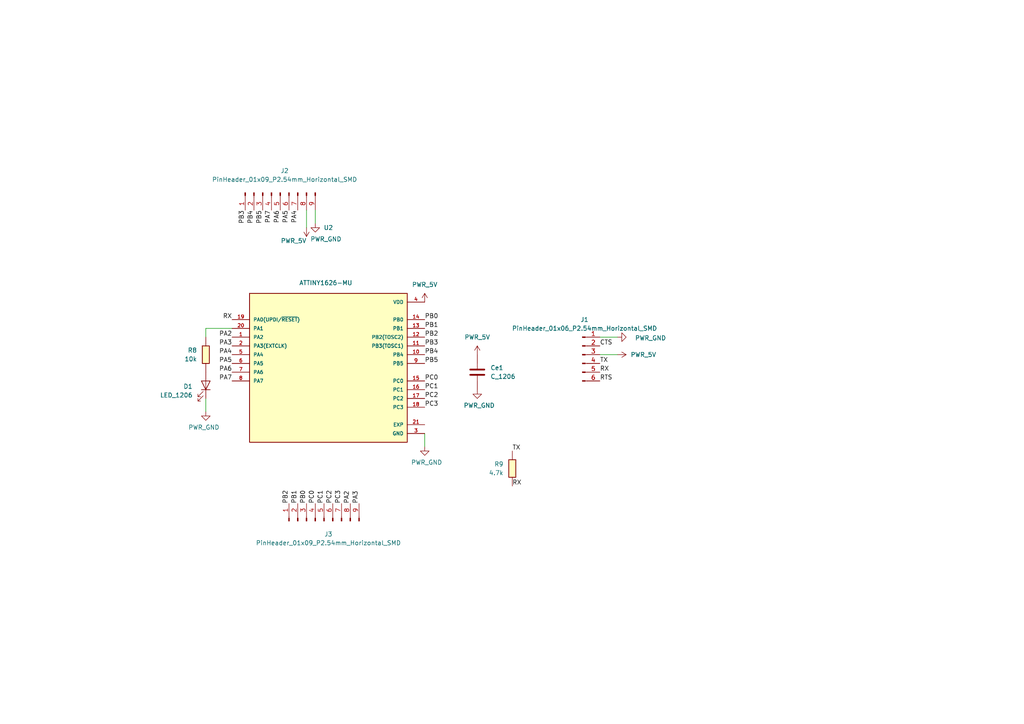
<source format=kicad_sch>
(kicad_sch
	(version 20250114)
	(generator "eeschema")
	(generator_version "9.0")
	(uuid "edcdfcea-b139-466c-adc4-b73f2d16a4e0")
	(paper "A4")
	(lib_symbols
		(symbol "ATTINY1626-MU:ATTINY1626-MU"
			(pin_names
				(offset 1.016)
			)
			(exclude_from_sim no)
			(in_bom yes)
			(on_board yes)
			(property "Reference" "U"
				(at -22.86 21.082 0)
				(effects
					(font
						(size 1.27 1.27)
					)
					(justify left bottom)
				)
			)
			(property "Value" "ATTINY1626-MU"
				(at -22.86 -25.4 0)
				(effects
					(font
						(size 1.27 1.27)
					)
					(justify left bottom)
				)
			)
			(property "Footprint" "ATTINY1626-MU:QFN40P300X300X90-21N"
				(at 0 0 0)
				(effects
					(font
						(size 1.27 1.27)
					)
					(justify bottom)
					(hide yes)
				)
			)
			(property "Datasheet" ""
				(at 0 0 0)
				(effects
					(font
						(size 1.27 1.27)
					)
					(hide yes)
				)
			)
			(property "Description" ""
				(at 0 0 0)
				(effects
					(font
						(size 1.27 1.27)
					)
					(hide yes)
				)
			)
			(property "PARTREV" "Rev.B"
				(at 0 0 0)
				(effects
					(font
						(size 1.27 1.27)
					)
					(justify bottom)
					(hide yes)
				)
			)
			(property "STANDARD" "IPC 7351B"
				(at 0 0 0)
				(effects
					(font
						(size 1.27 1.27)
					)
					(justify bottom)
					(hide yes)
				)
			)
			(property "MAXIMUM_PACKAGE_HEIGHT" "0.9 mm"
				(at 0 0 0)
				(effects
					(font
						(size 1.27 1.27)
					)
					(justify bottom)
					(hide yes)
				)
			)
			(property "MANUFACTURER" "Microchip"
				(at 0 0 0)
				(effects
					(font
						(size 1.27 1.27)
					)
					(justify bottom)
					(hide yes)
				)
			)
			(symbol "ATTINY1626-MU_0_0"
				(rectangle
					(start -22.86 -22.86)
					(end 22.86 20.32)
					(stroke
						(width 0.254)
						(type default)
					)
					(fill
						(type background)
					)
				)
				(pin bidirectional line
					(at -27.94 12.7 0)
					(length 5.08)
					(name "PA0(UPDI/~{RESET})"
						(effects
							(font
								(size 1.016 1.016)
							)
						)
					)
					(number "19"
						(effects
							(font
								(size 1.016 1.016)
							)
						)
					)
				)
				(pin bidirectional line
					(at -27.94 10.16 0)
					(length 5.08)
					(name "PA1"
						(effects
							(font
								(size 1.016 1.016)
							)
						)
					)
					(number "20"
						(effects
							(font
								(size 1.016 1.016)
							)
						)
					)
				)
				(pin bidirectional line
					(at -27.94 7.62 0)
					(length 5.08)
					(name "PA2"
						(effects
							(font
								(size 1.016 1.016)
							)
						)
					)
					(number "1"
						(effects
							(font
								(size 1.016 1.016)
							)
						)
					)
				)
				(pin input line
					(at -27.94 5.08 0)
					(length 5.08)
					(name "PA3(EXTCLK)"
						(effects
							(font
								(size 1.016 1.016)
							)
						)
					)
					(number "2"
						(effects
							(font
								(size 1.016 1.016)
							)
						)
					)
				)
				(pin bidirectional line
					(at -27.94 2.54 0)
					(length 5.08)
					(name "PA4"
						(effects
							(font
								(size 1.016 1.016)
							)
						)
					)
					(number "5"
						(effects
							(font
								(size 1.016 1.016)
							)
						)
					)
				)
				(pin bidirectional line
					(at -27.94 0 0)
					(length 5.08)
					(name "PA5"
						(effects
							(font
								(size 1.016 1.016)
							)
						)
					)
					(number "6"
						(effects
							(font
								(size 1.016 1.016)
							)
						)
					)
				)
				(pin bidirectional line
					(at -27.94 -2.54 0)
					(length 5.08)
					(name "PA6"
						(effects
							(font
								(size 1.016 1.016)
							)
						)
					)
					(number "7"
						(effects
							(font
								(size 1.016 1.016)
							)
						)
					)
				)
				(pin bidirectional line
					(at -27.94 -5.08 0)
					(length 5.08)
					(name "PA7"
						(effects
							(font
								(size 1.016 1.016)
							)
						)
					)
					(number "8"
						(effects
							(font
								(size 1.016 1.016)
							)
						)
					)
				)
				(pin power_in line
					(at 27.94 17.78 180)
					(length 5.08)
					(name "VDD"
						(effects
							(font
								(size 1.016 1.016)
							)
						)
					)
					(number "4"
						(effects
							(font
								(size 1.016 1.016)
							)
						)
					)
				)
				(pin bidirectional line
					(at 27.94 12.7 180)
					(length 5.08)
					(name "PB0"
						(effects
							(font
								(size 1.016 1.016)
							)
						)
					)
					(number "14"
						(effects
							(font
								(size 1.016 1.016)
							)
						)
					)
				)
				(pin bidirectional line
					(at 27.94 10.16 180)
					(length 5.08)
					(name "PB1"
						(effects
							(font
								(size 1.016 1.016)
							)
						)
					)
					(number "13"
						(effects
							(font
								(size 1.016 1.016)
							)
						)
					)
				)
				(pin bidirectional line
					(at 27.94 7.62 180)
					(length 5.08)
					(name "PB2(TOSC2)"
						(effects
							(font
								(size 1.016 1.016)
							)
						)
					)
					(number "12"
						(effects
							(font
								(size 1.016 1.016)
							)
						)
					)
				)
				(pin bidirectional line
					(at 27.94 5.08 180)
					(length 5.08)
					(name "PB3(TOSC1)"
						(effects
							(font
								(size 1.016 1.016)
							)
						)
					)
					(number "11"
						(effects
							(font
								(size 1.016 1.016)
							)
						)
					)
				)
				(pin bidirectional line
					(at 27.94 2.54 180)
					(length 5.08)
					(name "PB4"
						(effects
							(font
								(size 1.016 1.016)
							)
						)
					)
					(number "10"
						(effects
							(font
								(size 1.016 1.016)
							)
						)
					)
				)
				(pin bidirectional line
					(at 27.94 0 180)
					(length 5.08)
					(name "PB5"
						(effects
							(font
								(size 1.016 1.016)
							)
						)
					)
					(number "9"
						(effects
							(font
								(size 1.016 1.016)
							)
						)
					)
				)
				(pin bidirectional line
					(at 27.94 -5.08 180)
					(length 5.08)
					(name "PC0"
						(effects
							(font
								(size 1.016 1.016)
							)
						)
					)
					(number "15"
						(effects
							(font
								(size 1.016 1.016)
							)
						)
					)
				)
				(pin bidirectional line
					(at 27.94 -7.62 180)
					(length 5.08)
					(name "PC1"
						(effects
							(font
								(size 1.016 1.016)
							)
						)
					)
					(number "16"
						(effects
							(font
								(size 1.016 1.016)
							)
						)
					)
				)
				(pin bidirectional line
					(at 27.94 -10.16 180)
					(length 5.08)
					(name "PC2"
						(effects
							(font
								(size 1.016 1.016)
							)
						)
					)
					(number "17"
						(effects
							(font
								(size 1.016 1.016)
							)
						)
					)
				)
				(pin bidirectional line
					(at 27.94 -12.7 180)
					(length 5.08)
					(name "PC3"
						(effects
							(font
								(size 1.016 1.016)
							)
						)
					)
					(number "18"
						(effects
							(font
								(size 1.016 1.016)
							)
						)
					)
				)
				(pin power_in line
					(at 27.94 -17.78 180)
					(length 5.08)
					(name "EXP"
						(effects
							(font
								(size 1.016 1.016)
							)
						)
					)
					(number "21"
						(effects
							(font
								(size 1.016 1.016)
							)
						)
					)
				)
				(pin power_in line
					(at 27.94 -20.32 180)
					(length 5.08)
					(name "GND"
						(effects
							(font
								(size 1.016 1.016)
							)
						)
					)
					(number "3"
						(effects
							(font
								(size 1.016 1.016)
							)
						)
					)
				)
			)
			(embedded_fonts no)
		)
		(symbol "Connector:Conn_01x06_Pin"
			(pin_names
				(offset 1.016)
				(hide yes)
			)
			(exclude_from_sim no)
			(in_bom yes)
			(on_board yes)
			(property "Reference" "J"
				(at 0 7.62 0)
				(effects
					(font
						(size 1.27 1.27)
					)
				)
			)
			(property "Value" "Conn_01x06_Pin"
				(at 0 -10.16 0)
				(effects
					(font
						(size 1.27 1.27)
					)
				)
			)
			(property "Footprint" ""
				(at 0 0 0)
				(effects
					(font
						(size 1.27 1.27)
					)
					(hide yes)
				)
			)
			(property "Datasheet" "~"
				(at 0 0 0)
				(effects
					(font
						(size 1.27 1.27)
					)
					(hide yes)
				)
			)
			(property "Description" "Generic connector, single row, 01x06, script generated"
				(at 0 0 0)
				(effects
					(font
						(size 1.27 1.27)
					)
					(hide yes)
				)
			)
			(property "ki_locked" ""
				(at 0 0 0)
				(effects
					(font
						(size 1.27 1.27)
					)
				)
			)
			(property "ki_keywords" "connector"
				(at 0 0 0)
				(effects
					(font
						(size 1.27 1.27)
					)
					(hide yes)
				)
			)
			(property "ki_fp_filters" "Connector*:*_1x??_*"
				(at 0 0 0)
				(effects
					(font
						(size 1.27 1.27)
					)
					(hide yes)
				)
			)
			(symbol "Conn_01x06_Pin_1_1"
				(rectangle
					(start 0.8636 5.207)
					(end 0 4.953)
					(stroke
						(width 0.1524)
						(type default)
					)
					(fill
						(type outline)
					)
				)
				(rectangle
					(start 0.8636 2.667)
					(end 0 2.413)
					(stroke
						(width 0.1524)
						(type default)
					)
					(fill
						(type outline)
					)
				)
				(rectangle
					(start 0.8636 0.127)
					(end 0 -0.127)
					(stroke
						(width 0.1524)
						(type default)
					)
					(fill
						(type outline)
					)
				)
				(rectangle
					(start 0.8636 -2.413)
					(end 0 -2.667)
					(stroke
						(width 0.1524)
						(type default)
					)
					(fill
						(type outline)
					)
				)
				(rectangle
					(start 0.8636 -4.953)
					(end 0 -5.207)
					(stroke
						(width 0.1524)
						(type default)
					)
					(fill
						(type outline)
					)
				)
				(rectangle
					(start 0.8636 -7.493)
					(end 0 -7.747)
					(stroke
						(width 0.1524)
						(type default)
					)
					(fill
						(type outline)
					)
				)
				(polyline
					(pts
						(xy 1.27 5.08) (xy 0.8636 5.08)
					)
					(stroke
						(width 0.1524)
						(type default)
					)
					(fill
						(type none)
					)
				)
				(polyline
					(pts
						(xy 1.27 2.54) (xy 0.8636 2.54)
					)
					(stroke
						(width 0.1524)
						(type default)
					)
					(fill
						(type none)
					)
				)
				(polyline
					(pts
						(xy 1.27 0) (xy 0.8636 0)
					)
					(stroke
						(width 0.1524)
						(type default)
					)
					(fill
						(type none)
					)
				)
				(polyline
					(pts
						(xy 1.27 -2.54) (xy 0.8636 -2.54)
					)
					(stroke
						(width 0.1524)
						(type default)
					)
					(fill
						(type none)
					)
				)
				(polyline
					(pts
						(xy 1.27 -5.08) (xy 0.8636 -5.08)
					)
					(stroke
						(width 0.1524)
						(type default)
					)
					(fill
						(type none)
					)
				)
				(polyline
					(pts
						(xy 1.27 -7.62) (xy 0.8636 -7.62)
					)
					(stroke
						(width 0.1524)
						(type default)
					)
					(fill
						(type none)
					)
				)
				(pin passive line
					(at 5.08 5.08 180)
					(length 3.81)
					(name "Pin_1"
						(effects
							(font
								(size 1.27 1.27)
							)
						)
					)
					(number "1"
						(effects
							(font
								(size 1.27 1.27)
							)
						)
					)
				)
				(pin passive line
					(at 5.08 2.54 180)
					(length 3.81)
					(name "Pin_2"
						(effects
							(font
								(size 1.27 1.27)
							)
						)
					)
					(number "2"
						(effects
							(font
								(size 1.27 1.27)
							)
						)
					)
				)
				(pin passive line
					(at 5.08 0 180)
					(length 3.81)
					(name "Pin_3"
						(effects
							(font
								(size 1.27 1.27)
							)
						)
					)
					(number "3"
						(effects
							(font
								(size 1.27 1.27)
							)
						)
					)
				)
				(pin passive line
					(at 5.08 -2.54 180)
					(length 3.81)
					(name "Pin_4"
						(effects
							(font
								(size 1.27 1.27)
							)
						)
					)
					(number "4"
						(effects
							(font
								(size 1.27 1.27)
							)
						)
					)
				)
				(pin passive line
					(at 5.08 -5.08 180)
					(length 3.81)
					(name "Pin_5"
						(effects
							(font
								(size 1.27 1.27)
							)
						)
					)
					(number "5"
						(effects
							(font
								(size 1.27 1.27)
							)
						)
					)
				)
				(pin passive line
					(at 5.08 -7.62 180)
					(length 3.81)
					(name "Pin_6"
						(effects
							(font
								(size 1.27 1.27)
							)
						)
					)
					(number "6"
						(effects
							(font
								(size 1.27 1.27)
							)
						)
					)
				)
			)
			(embedded_fonts no)
		)
		(symbol "Connector:Conn_01x09_Pin"
			(pin_names
				(offset 1.016)
				(hide yes)
			)
			(exclude_from_sim no)
			(in_bom yes)
			(on_board yes)
			(property "Reference" "J"
				(at 0 12.7 0)
				(effects
					(font
						(size 1.27 1.27)
					)
				)
			)
			(property "Value" "Conn_01x09_Pin"
				(at 0 -12.7 0)
				(effects
					(font
						(size 1.27 1.27)
					)
				)
			)
			(property "Footprint" ""
				(at 0 0 0)
				(effects
					(font
						(size 1.27 1.27)
					)
					(hide yes)
				)
			)
			(property "Datasheet" "~"
				(at 0 0 0)
				(effects
					(font
						(size 1.27 1.27)
					)
					(hide yes)
				)
			)
			(property "Description" "Generic connector, single row, 01x09, script generated"
				(at 0 0 0)
				(effects
					(font
						(size 1.27 1.27)
					)
					(hide yes)
				)
			)
			(property "ki_locked" ""
				(at 0 0 0)
				(effects
					(font
						(size 1.27 1.27)
					)
				)
			)
			(property "ki_keywords" "connector"
				(at 0 0 0)
				(effects
					(font
						(size 1.27 1.27)
					)
					(hide yes)
				)
			)
			(property "ki_fp_filters" "Connector*:*_1x??_*"
				(at 0 0 0)
				(effects
					(font
						(size 1.27 1.27)
					)
					(hide yes)
				)
			)
			(symbol "Conn_01x09_Pin_1_1"
				(rectangle
					(start 0.8636 10.287)
					(end 0 10.033)
					(stroke
						(width 0.1524)
						(type default)
					)
					(fill
						(type outline)
					)
				)
				(rectangle
					(start 0.8636 7.747)
					(end 0 7.493)
					(stroke
						(width 0.1524)
						(type default)
					)
					(fill
						(type outline)
					)
				)
				(rectangle
					(start 0.8636 5.207)
					(end 0 4.953)
					(stroke
						(width 0.1524)
						(type default)
					)
					(fill
						(type outline)
					)
				)
				(rectangle
					(start 0.8636 2.667)
					(end 0 2.413)
					(stroke
						(width 0.1524)
						(type default)
					)
					(fill
						(type outline)
					)
				)
				(rectangle
					(start 0.8636 0.127)
					(end 0 -0.127)
					(stroke
						(width 0.1524)
						(type default)
					)
					(fill
						(type outline)
					)
				)
				(rectangle
					(start 0.8636 -2.413)
					(end 0 -2.667)
					(stroke
						(width 0.1524)
						(type default)
					)
					(fill
						(type outline)
					)
				)
				(rectangle
					(start 0.8636 -4.953)
					(end 0 -5.207)
					(stroke
						(width 0.1524)
						(type default)
					)
					(fill
						(type outline)
					)
				)
				(rectangle
					(start 0.8636 -7.493)
					(end 0 -7.747)
					(stroke
						(width 0.1524)
						(type default)
					)
					(fill
						(type outline)
					)
				)
				(rectangle
					(start 0.8636 -10.033)
					(end 0 -10.287)
					(stroke
						(width 0.1524)
						(type default)
					)
					(fill
						(type outline)
					)
				)
				(polyline
					(pts
						(xy 1.27 10.16) (xy 0.8636 10.16)
					)
					(stroke
						(width 0.1524)
						(type default)
					)
					(fill
						(type none)
					)
				)
				(polyline
					(pts
						(xy 1.27 7.62) (xy 0.8636 7.62)
					)
					(stroke
						(width 0.1524)
						(type default)
					)
					(fill
						(type none)
					)
				)
				(polyline
					(pts
						(xy 1.27 5.08) (xy 0.8636 5.08)
					)
					(stroke
						(width 0.1524)
						(type default)
					)
					(fill
						(type none)
					)
				)
				(polyline
					(pts
						(xy 1.27 2.54) (xy 0.8636 2.54)
					)
					(stroke
						(width 0.1524)
						(type default)
					)
					(fill
						(type none)
					)
				)
				(polyline
					(pts
						(xy 1.27 0) (xy 0.8636 0)
					)
					(stroke
						(width 0.1524)
						(type default)
					)
					(fill
						(type none)
					)
				)
				(polyline
					(pts
						(xy 1.27 -2.54) (xy 0.8636 -2.54)
					)
					(stroke
						(width 0.1524)
						(type default)
					)
					(fill
						(type none)
					)
				)
				(polyline
					(pts
						(xy 1.27 -5.08) (xy 0.8636 -5.08)
					)
					(stroke
						(width 0.1524)
						(type default)
					)
					(fill
						(type none)
					)
				)
				(polyline
					(pts
						(xy 1.27 -7.62) (xy 0.8636 -7.62)
					)
					(stroke
						(width 0.1524)
						(type default)
					)
					(fill
						(type none)
					)
				)
				(polyline
					(pts
						(xy 1.27 -10.16) (xy 0.8636 -10.16)
					)
					(stroke
						(width 0.1524)
						(type default)
					)
					(fill
						(type none)
					)
				)
				(pin passive line
					(at 5.08 10.16 180)
					(length 3.81)
					(name "Pin_1"
						(effects
							(font
								(size 1.27 1.27)
							)
						)
					)
					(number "1"
						(effects
							(font
								(size 1.27 1.27)
							)
						)
					)
				)
				(pin passive line
					(at 5.08 7.62 180)
					(length 3.81)
					(name "Pin_2"
						(effects
							(font
								(size 1.27 1.27)
							)
						)
					)
					(number "2"
						(effects
							(font
								(size 1.27 1.27)
							)
						)
					)
				)
				(pin passive line
					(at 5.08 5.08 180)
					(length 3.81)
					(name "Pin_3"
						(effects
							(font
								(size 1.27 1.27)
							)
						)
					)
					(number "3"
						(effects
							(font
								(size 1.27 1.27)
							)
						)
					)
				)
				(pin passive line
					(at 5.08 2.54 180)
					(length 3.81)
					(name "Pin_4"
						(effects
							(font
								(size 1.27 1.27)
							)
						)
					)
					(number "4"
						(effects
							(font
								(size 1.27 1.27)
							)
						)
					)
				)
				(pin passive line
					(at 5.08 0 180)
					(length 3.81)
					(name "Pin_5"
						(effects
							(font
								(size 1.27 1.27)
							)
						)
					)
					(number "5"
						(effects
							(font
								(size 1.27 1.27)
							)
						)
					)
				)
				(pin passive line
					(at 5.08 -2.54 180)
					(length 3.81)
					(name "Pin_6"
						(effects
							(font
								(size 1.27 1.27)
							)
						)
					)
					(number "6"
						(effects
							(font
								(size 1.27 1.27)
							)
						)
					)
				)
				(pin passive line
					(at 5.08 -5.08 180)
					(length 3.81)
					(name "Pin_7"
						(effects
							(font
								(size 1.27 1.27)
							)
						)
					)
					(number "7"
						(effects
							(font
								(size 1.27 1.27)
							)
						)
					)
				)
				(pin passive line
					(at 5.08 -7.62 180)
					(length 3.81)
					(name "Pin_8"
						(effects
							(font
								(size 1.27 1.27)
							)
						)
					)
					(number "8"
						(effects
							(font
								(size 1.27 1.27)
							)
						)
					)
				)
				(pin passive line
					(at 5.08 -10.16 180)
					(length 3.81)
					(name "Pin_9"
						(effects
							(font
								(size 1.27 1.27)
							)
						)
					)
					(number "9"
						(effects
							(font
								(size 1.27 1.27)
							)
						)
					)
				)
			)
			(embedded_fonts no)
		)
		(symbol "fab:C_1206"
			(pin_numbers
				(hide yes)
			)
			(exclude_from_sim no)
			(in_bom yes)
			(on_board yes)
			(property "Reference" "C"
				(at 0.635 2.54 0)
				(effects
					(font
						(size 1.27 1.27)
					)
					(justify left)
				)
			)
			(property "Value" "C_1206"
				(at 0.635 -2.54 0)
				(effects
					(font
						(size 1.27 1.27)
					)
					(justify left)
				)
			)
			(property "Footprint" "fab:C_1206"
				(at 0 0 0)
				(effects
					(font
						(size 1.27 1.27)
					)
					(hide yes)
				)
			)
			(property "Datasheet" "https://www.yageo.com/upload/media/product/productsearch/datasheet/mlcc/UPY-GP_NP0_16V-to-50V_18.pdf"
				(at 0 0 0)
				(effects
					(font
						(size 1.27 1.27)
					)
					(hide yes)
				)
			)
			(property "Description" "Unpolarized capacitor, SMD, 1206"
				(at 0 0 0)
				(effects
					(font
						(size 1.27 1.27)
					)
					(hide yes)
				)
			)
			(property "ki_keywords" "cap capacitor unpolarized 1206 C GRT31CC8YA106ME01L C3216X7R1H105K160AB C3216X7R2A104K160AA CC1206CRNPO9BN1R0 CC1206JRNPO9BN100 CC1206JRNPO9BN101 CC1206KKX7RCBB102 CC1206KRX7R9BB103"
				(at 0 0 0)
				(effects
					(font
						(size 1.27 1.27)
					)
					(hide yes)
				)
			)
			(property "ki_fp_filters" "*C*"
				(at 0 0 0)
				(effects
					(font
						(size 1.27 1.27)
					)
					(hide yes)
				)
			)
			(symbol "C_1206_0_1"
				(polyline
					(pts
						(xy -2.032 0.762) (xy 2.032 0.762)
					)
					(stroke
						(width 0.508)
						(type default)
					)
					(fill
						(type none)
					)
				)
				(polyline
					(pts
						(xy -2.032 -0.762) (xy 2.032 -0.762)
					)
					(stroke
						(width 0.508)
						(type default)
					)
					(fill
						(type none)
					)
				)
				(polyline
					(pts
						(xy 0 0.635) (xy 0 2.54)
					)
					(stroke
						(width 0)
						(type default)
					)
					(fill
						(type none)
					)
				)
				(polyline
					(pts
						(xy 0 -0.635) (xy 0 -2.54)
					)
					(stroke
						(width 0)
						(type default)
					)
					(fill
						(type none)
					)
				)
			)
			(symbol "C_1206_1_1"
				(pin passive line
					(at 0 5.08 270)
					(length 2.54)
					(name "~"
						(effects
							(font
								(size 1.27 1.27)
							)
						)
					)
					(number "1"
						(effects
							(font
								(size 1.27 1.27)
							)
						)
					)
				)
				(pin passive line
					(at 0 -5.08 90)
					(length 2.54)
					(name "~"
						(effects
							(font
								(size 1.27 1.27)
							)
						)
					)
					(number "2"
						(effects
							(font
								(size 1.27 1.27)
							)
						)
					)
				)
			)
			(embedded_fonts no)
		)
		(symbol "fab:LED_1206"
			(pin_numbers
				(hide yes)
			)
			(pin_names
				(offset 1.016)
				(hide yes)
			)
			(exclude_from_sim no)
			(in_bom yes)
			(on_board yes)
			(property "Reference" "D"
				(at 0 2.54 0)
				(effects
					(font
						(size 1.27 1.27)
					)
				)
			)
			(property "Value" "LED_1206"
				(at 0 -2.54 0)
				(effects
					(font
						(size 1.27 1.27)
					)
				)
			)
			(property "Footprint" "fab:LED_1206"
				(at 0 0 0)
				(effects
					(font
						(size 1.27 1.27)
					)
					(hide yes)
				)
			)
			(property "Datasheet" "https://optoelectronics.liteon.com/upload/download/DS-22-98-0002/LTST-C150CKT.pdf"
				(at 0 0 0)
				(effects
					(font
						(size 1.27 1.27)
					)
					(hide yes)
				)
			)
			(property "Description" "Light emitting diode, Lite-On Inc. LTST, SMD"
				(at 0 0 0)
				(effects
					(font
						(size 1.27 1.27)
					)
					(hide yes)
				)
			)
			(property "ki_keywords" "LED diode 1206 SML-LX1206IC-TR SML-LX1206GC-TR 5988230107F 150120BS75000 QBLP650-IW HIR11-21C/L11/TR8"
				(at 0 0 0)
				(effects
					(font
						(size 1.27 1.27)
					)
					(hide yes)
				)
			)
			(property "ki_fp_filters" "*LED*1206*"
				(at 0 0 0)
				(effects
					(font
						(size 1.27 1.27)
					)
					(hide yes)
				)
			)
			(symbol "LED_1206_0_1"
				(polyline
					(pts
						(xy -3.048 -0.762) (xy -4.572 -2.286) (xy -3.81 -2.286) (xy -4.572 -2.286) (xy -4.572 -1.524)
					)
					(stroke
						(width 0)
						(type default)
					)
					(fill
						(type none)
					)
				)
				(polyline
					(pts
						(xy -1.778 -0.762) (xy -3.302 -2.286) (xy -2.54 -2.286) (xy -3.302 -2.286) (xy -3.302 -1.524)
					)
					(stroke
						(width 0)
						(type default)
					)
					(fill
						(type none)
					)
				)
				(polyline
					(pts
						(xy -1.27 0) (xy 1.27 0)
					)
					(stroke
						(width 0)
						(type default)
					)
					(fill
						(type none)
					)
				)
				(polyline
					(pts
						(xy -1.27 -1.27) (xy -1.27 1.27)
					)
					(stroke
						(width 0.2032)
						(type default)
					)
					(fill
						(type none)
					)
				)
				(polyline
					(pts
						(xy 1.27 -1.27) (xy 1.27 1.27) (xy -1.27 0) (xy 1.27 -1.27)
					)
					(stroke
						(width 0.2032)
						(type default)
					)
					(fill
						(type none)
					)
				)
			)
			(symbol "LED_1206_1_1"
				(pin passive line
					(at -3.81 0 0)
					(length 2.54)
					(name "K"
						(effects
							(font
								(size 1.27 1.27)
							)
						)
					)
					(number "1"
						(effects
							(font
								(size 1.27 1.27)
							)
						)
					)
				)
				(pin passive line
					(at 3.81 0 180)
					(length 2.54)
					(name "A"
						(effects
							(font
								(size 1.27 1.27)
							)
						)
					)
					(number "2"
						(effects
							(font
								(size 1.27 1.27)
							)
						)
					)
				)
			)
			(embedded_fonts no)
		)
		(symbol "fab:PWR_5V"
			(power)
			(pin_names
				(offset 0)
			)
			(exclude_from_sim no)
			(in_bom yes)
			(on_board yes)
			(property "Reference" "#PWR"
				(at 0 -3.81 0)
				(effects
					(font
						(size 1.27 1.27)
					)
					(hide yes)
				)
			)
			(property "Value" "PWR_5V"
				(at 0 3.556 0)
				(effects
					(font
						(size 1.27 1.27)
					)
				)
			)
			(property "Footprint" ""
				(at 0 0 0)
				(effects
					(font
						(size 1.27 1.27)
					)
					(hide yes)
				)
			)
			(property "Datasheet" ""
				(at 0 0 0)
				(effects
					(font
						(size 1.27 1.27)
					)
					(hide yes)
				)
			)
			(property "Description" "Power symbol creates a global label with name \"+5V\""
				(at 0 0 0)
				(effects
					(font
						(size 1.27 1.27)
					)
					(hide yes)
				)
			)
			(property "ki_keywords" "power-flag"
				(at 0 0 0)
				(effects
					(font
						(size 1.27 1.27)
					)
					(hide yes)
				)
			)
			(symbol "PWR_5V_0_1"
				(polyline
					(pts
						(xy -0.762 1.27) (xy 0 2.54)
					)
					(stroke
						(width 0)
						(type default)
					)
					(fill
						(type none)
					)
				)
				(polyline
					(pts
						(xy 0 2.54) (xy 0.762 1.27)
					)
					(stroke
						(width 0)
						(type default)
					)
					(fill
						(type none)
					)
				)
				(polyline
					(pts
						(xy 0 0) (xy 0 2.54)
					)
					(stroke
						(width 0)
						(type default)
					)
					(fill
						(type none)
					)
				)
			)
			(symbol "PWR_5V_1_1"
				(pin power_in line
					(at 0 0 90)
					(length 0)
					(hide yes)
					(name "PWR_5V"
						(effects
							(font
								(size 1.27 1.27)
							)
						)
					)
					(number "1"
						(effects
							(font
								(size 1.27 1.27)
							)
						)
					)
				)
			)
			(embedded_fonts no)
		)
		(symbol "fab:PWR_GND"
			(power)
			(pin_names
				(offset 0)
			)
			(exclude_from_sim no)
			(in_bom yes)
			(on_board yes)
			(property "Reference" "#PWR"
				(at 0 -6.35 0)
				(effects
					(font
						(size 1.27 1.27)
					)
					(hide yes)
				)
			)
			(property "Value" "PWR_GND"
				(at 0 -3.81 0)
				(effects
					(font
						(size 1.27 1.27)
					)
				)
			)
			(property "Footprint" ""
				(at 0 0 0)
				(effects
					(font
						(size 1.27 1.27)
					)
					(hide yes)
				)
			)
			(property "Datasheet" ""
				(at 0 0 0)
				(effects
					(font
						(size 1.27 1.27)
					)
					(hide yes)
				)
			)
			(property "Description" "Power symbol creates a global label with name \"GND\" , ground"
				(at 0 0 0)
				(effects
					(font
						(size 1.27 1.27)
					)
					(hide yes)
				)
			)
			(property "ki_keywords" "power-flag"
				(at 0 0 0)
				(effects
					(font
						(size 1.27 1.27)
					)
					(hide yes)
				)
			)
			(symbol "PWR_GND_0_1"
				(polyline
					(pts
						(xy 0 0) (xy 0 -1.27) (xy 1.27 -1.27) (xy 0 -2.54) (xy -1.27 -1.27) (xy 0 -1.27)
					)
					(stroke
						(width 0)
						(type default)
					)
					(fill
						(type none)
					)
				)
			)
			(symbol "PWR_GND_1_1"
				(pin power_in line
					(at 0 0 270)
					(length 0)
					(hide yes)
					(name "PWR_GND"
						(effects
							(font
								(size 1.27 1.27)
							)
						)
					)
					(number "1"
						(effects
							(font
								(size 1.27 1.27)
							)
						)
					)
				)
			)
			(embedded_fonts no)
		)
		(symbol "fab:R_1206"
			(pin_numbers
				(hide yes)
			)
			(pin_names
				(offset 0)
			)
			(exclude_from_sim no)
			(in_bom yes)
			(on_board yes)
			(property "Reference" "R"
				(at 2.54 0 90)
				(effects
					(font
						(size 1.27 1.27)
					)
				)
			)
			(property "Value" "R_1206"
				(at -2.54 0 90)
				(effects
					(font
						(size 1.27 1.27)
					)
				)
			)
			(property "Footprint" "fab:R_1206"
				(at 0 0 90)
				(effects
					(font
						(size 1.27 1.27)
					)
					(hide yes)
				)
			)
			(property "Datasheet" "~"
				(at 0 0 0)
				(effects
					(font
						(size 1.27 1.27)
					)
					(hide yes)
				)
			)
			(property "Description" "Resistor"
				(at 0 0 0)
				(effects
					(font
						(size 1.27 1.27)
					)
					(hide yes)
				)
			)
			(property "ki_keywords" "R res resistor RC1206FR-074M99L RC1206FR-07499KL RC1206FR-0749K9L RC1206FR-0749R9L RC1206FR-074R99L ERJ-8BWJR100V RC1206FR-070RL RC1206FR-071RL RC1206FR-0710RL RC1206FR-07100RL RC1206FR-07499RL RC1206FR-071KL RC1206FR-074K99L RC1206FR-0710KL RC1206FR-07100KL RC1206FR-071ML RC1206FR-0710ML PT1206FR-070R1L"
				(at 0 0 0)
				(effects
					(font
						(size 1.27 1.27)
					)
					(hide yes)
				)
			)
			(property "ki_fp_filters" "*R*1206*"
				(at 0 0 0)
				(effects
					(font
						(size 1.27 1.27)
					)
					(hide yes)
				)
			)
			(symbol "R_1206_0_1"
				(rectangle
					(start -1.016 -2.54)
					(end 1.016 2.54)
					(stroke
						(width 0.254)
						(type default)
					)
					(fill
						(type background)
					)
				)
			)
			(symbol "R_1206_1_1"
				(pin passive line
					(at 0 5.08 270)
					(length 2.54)
					(name "~"
						(effects
							(font
								(size 1.27 1.27)
							)
						)
					)
					(number "1"
						(effects
							(font
								(size 1.27 1.27)
							)
						)
					)
				)
				(pin passive line
					(at 0 -5.08 90)
					(length 2.54)
					(name "~"
						(effects
							(font
								(size 1.27 1.27)
							)
						)
					)
					(number "2"
						(effects
							(font
								(size 1.27 1.27)
							)
						)
					)
				)
			)
			(embedded_fonts no)
		)
	)
	(wire
		(pts
			(xy 123.19 129.54) (xy 123.19 125.73)
		)
		(stroke
			(width 0)
			(type default)
		)
		(uuid "30e778ba-6082-44fb-be7f-1634b50adafb")
	)
	(wire
		(pts
			(xy 59.69 119.38) (xy 59.69 115.57)
		)
		(stroke
			(width 0)
			(type default)
		)
		(uuid "5a3fa4a3-5a14-4413-b5eb-d121053c70ba")
	)
	(wire
		(pts
			(xy 179.07 102.87) (xy 173.99 102.87)
		)
		(stroke
			(width 0)
			(type default)
		)
		(uuid "70319155-1c79-4f0b-b89a-eacb07f15607")
	)
	(wire
		(pts
			(xy 179.07 97.79) (xy 173.99 97.79)
		)
		(stroke
			(width 0)
			(type default)
		)
		(uuid "991750e4-84cc-49e9-8ac0-8dcf18e5844f")
	)
	(wire
		(pts
			(xy 88.9 66.04) (xy 88.9 60.96)
		)
		(stroke
			(width 0)
			(type default)
		)
		(uuid "a0daffae-a134-4421-8513-8618f4df8a10")
	)
	(wire
		(pts
			(xy 91.44 64.77) (xy 91.44 60.96)
		)
		(stroke
			(width 0)
			(type default)
		)
		(uuid "a79b28b0-c91f-4969-a820-cd6a98d6879d")
	)
	(wire
		(pts
			(xy 59.69 95.25) (xy 59.69 97.79)
		)
		(stroke
			(width 0)
			(type default)
		)
		(uuid "f79c97d4-cc28-4cd0-a54c-c4579ed5ad0e")
	)
	(wire
		(pts
			(xy 67.31 95.25) (xy 59.69 95.25)
		)
		(stroke
			(width 0)
			(type default)
		)
		(uuid "fd11bd59-187b-4723-b4d1-f972406f95d5")
	)
	(label "PA7"
		(at 78.74 60.96 270)
		(effects
			(font
				(size 1.27 1.27)
			)
			(justify right bottom)
		)
		(uuid "0c9e1c8f-8528-4894-a8ad-791cbeee02a5")
	)
	(label "PB1"
		(at 86.36 146.05 90)
		(effects
			(font
				(size 1.27 1.27)
			)
			(justify left bottom)
		)
		(uuid "10a6ebce-8151-4ff3-bf1f-dea0a5e653a1")
	)
	(label "PA4"
		(at 86.36 60.96 270)
		(effects
			(font
				(size 1.27 1.27)
			)
			(justify right bottom)
		)
		(uuid "15db794b-ccf7-4101-956d-2f4cf564403b")
	)
	(label "CTS"
		(at 173.99 100.33 0)
		(effects
			(font
				(size 1.27 1.27)
			)
			(justify left bottom)
		)
		(uuid "1a74c40b-0c05-4759-b9b1-84616c19d7e8")
	)
	(label "PC0"
		(at 123.19 110.49 0)
		(effects
			(font
				(size 1.27 1.27)
			)
			(justify left bottom)
		)
		(uuid "224948e9-b7ee-47d4-a3fb-59a99484520c")
	)
	(label "PC2"
		(at 96.52 146.05 90)
		(effects
			(font
				(size 1.27 1.27)
			)
			(justify left bottom)
		)
		(uuid "2c04edc2-645a-4218-b5e1-0876d1aed1b6")
	)
	(label "PC3"
		(at 123.19 118.11 0)
		(effects
			(font
				(size 1.27 1.27)
			)
			(justify left bottom)
		)
		(uuid "2c24f500-e54c-4074-92e8-155d6688b945")
	)
	(label "PA3"
		(at 67.31 100.33 180)
		(effects
			(font
				(size 1.27 1.27)
			)
			(justify right bottom)
		)
		(uuid "2c99c2ca-b990-48bb-87ce-f9d184aef020")
	)
	(label "PC0"
		(at 91.44 146.05 90)
		(effects
			(font
				(size 1.27 1.27)
			)
			(justify left bottom)
		)
		(uuid "34ddddd8-55cf-4e98-94de-3de6598bf2e7")
	)
	(label "PB5"
		(at 123.19 105.41 0)
		(effects
			(font
				(size 1.27 1.27)
			)
			(justify left bottom)
		)
		(uuid "388522fa-3fd4-4426-a21b-05a4de4d0a0b")
	)
	(label "RTS"
		(at 173.99 110.49 0)
		(effects
			(font
				(size 1.27 1.27)
			)
			(justify left bottom)
		)
		(uuid "3f37802d-c47b-4190-bca3-c1ddaf2354c0")
	)
	(label "PB1"
		(at 123.19 95.25 0)
		(effects
			(font
				(size 1.27 1.27)
			)
			(justify left bottom)
		)
		(uuid "44b4d426-0f2b-41cd-bbb3-7a19b580d988")
	)
	(label "PA5"
		(at 83.82 60.96 270)
		(effects
			(font
				(size 1.27 1.27)
			)
			(justify right bottom)
		)
		(uuid "456d7b15-5c9c-46f6-afb0-3483208e180f")
	)
	(label "PB0"
		(at 88.9 146.05 90)
		(effects
			(font
				(size 1.27 1.27)
			)
			(justify left bottom)
		)
		(uuid "479098e3-1b35-4fb0-92cb-6b58438fe443")
	)
	(label "PB3"
		(at 71.12 60.96 270)
		(effects
			(font
				(size 1.27 1.27)
			)
			(justify right bottom)
		)
		(uuid "4a574aeb-394c-4221-abc6-0fdb92a33099")
	)
	(label "PB0"
		(at 123.19 92.71 0)
		(effects
			(font
				(size 1.27 1.27)
			)
			(justify left bottom)
		)
		(uuid "4b70ac78-d71c-4607-8604-4ddb29ac4e37")
	)
	(label "PB5"
		(at 76.2 60.96 270)
		(effects
			(font
				(size 1.27 1.27)
			)
			(justify right bottom)
		)
		(uuid "57501a17-fc75-4071-a723-d1943ff08015")
	)
	(label "PB4"
		(at 73.66 60.96 270)
		(effects
			(font
				(size 1.27 1.27)
			)
			(justify right bottom)
		)
		(uuid "5bae168e-b35c-46b1-ae59-f42dedba4aca")
	)
	(label "PC2"
		(at 123.19 115.57 0)
		(effects
			(font
				(size 1.27 1.27)
			)
			(justify left bottom)
		)
		(uuid "5f42a4d0-af01-496f-b206-3506e2197516")
	)
	(label "TX"
		(at 173.99 105.41 0)
		(effects
			(font
				(size 1.27 1.27)
			)
			(justify left bottom)
		)
		(uuid "60c288e3-a171-4474-8449-e2134ed9d344")
	)
	(label "PA4"
		(at 67.31 102.87 180)
		(effects
			(font
				(size 1.27 1.27)
			)
			(justify right bottom)
		)
		(uuid "723da29d-1f84-4eb7-89f0-c1f4b732ba1f")
	)
	(label "PA6"
		(at 67.31 107.95 180)
		(effects
			(font
				(size 1.27 1.27)
			)
			(justify right bottom)
		)
		(uuid "7c6f6e06-1151-4885-b27b-3f2e95f0a8c0")
	)
	(label "RX"
		(at 173.99 107.95 0)
		(effects
			(font
				(size 1.27 1.27)
			)
			(justify left bottom)
		)
		(uuid "7f5f8ebf-7465-4e79-887c-52d0cfe94b50")
	)
	(label "PA2"
		(at 101.6 146.05 90)
		(effects
			(font
				(size 1.27 1.27)
			)
			(justify left bottom)
		)
		(uuid "8270f525-54ed-4887-b951-93236969b5a2")
	)
	(label "PB3"
		(at 123.19 100.33 0)
		(effects
			(font
				(size 1.27 1.27)
			)
			(justify left bottom)
		)
		(uuid "87f5f5d4-01fa-4fed-a29d-c2de5c6e9e9d")
	)
	(label "PA2"
		(at 67.31 97.79 180)
		(effects
			(font
				(size 1.27 1.27)
			)
			(justify right bottom)
		)
		(uuid "8a0a4f73-b0c6-4fc9-91fa-a18ee90ab204")
	)
	(label "PA3"
		(at 104.14 146.05 90)
		(effects
			(font
				(size 1.27 1.27)
			)
			(justify left bottom)
		)
		(uuid "8d069037-5508-4da6-87cd-2c761c3cecc1")
	)
	(label "RX"
		(at 148.59 140.97 0)
		(effects
			(font
				(size 1.27 1.27)
			)
			(justify left bottom)
		)
		(uuid "a8e4e5c3-567c-44f8-a215-696cba468035")
	)
	(label "PB4"
		(at 123.19 102.87 0)
		(effects
			(font
				(size 1.27 1.27)
			)
			(justify left bottom)
		)
		(uuid "a9bfad05-1601-4cf2-adb1-aea399311013")
	)
	(label "PB2"
		(at 123.19 97.79 0)
		(effects
			(font
				(size 1.27 1.27)
			)
			(justify left bottom)
		)
		(uuid "b9b37072-b828-4316-b388-5a8114078d52")
	)
	(label "RX"
		(at 67.31 92.71 180)
		(effects
			(font
				(size 1.27 1.27)
			)
			(justify right bottom)
		)
		(uuid "bf1aa535-6b45-4c00-9af7-749f72c8df98")
	)
	(label "PC1"
		(at 93.98 146.05 90)
		(effects
			(font
				(size 1.27 1.27)
			)
			(justify left bottom)
		)
		(uuid "c64ba1fe-d367-4472-81bc-a100c1caa959")
	)
	(label "PA5"
		(at 67.31 105.41 180)
		(effects
			(font
				(size 1.27 1.27)
			)
			(justify right bottom)
		)
		(uuid "c9979722-63ef-4c44-8189-b461986ba495")
	)
	(label "PC3"
		(at 99.06 146.05 90)
		(effects
			(font
				(size 1.27 1.27)
			)
			(justify left bottom)
		)
		(uuid "cf2df169-eb8c-4790-a2d3-7521f8dfdaa2")
	)
	(label "PA7"
		(at 67.31 110.49 180)
		(effects
			(font
				(size 1.27 1.27)
			)
			(justify right bottom)
		)
		(uuid "e1e6a34d-3456-4250-af71-6f926aa65dfa")
	)
	(label "PC1"
		(at 123.19 113.03 0)
		(effects
			(font
				(size 1.27 1.27)
			)
			(justify left bottom)
		)
		(uuid "e2def20c-eb4c-4322-84e5-377e53c262a5")
	)
	(label "PA6"
		(at 81.28 60.96 270)
		(effects
			(font
				(size 1.27 1.27)
			)
			(justify right bottom)
		)
		(uuid "e6c3f8ed-59cb-4ad4-b287-de7996476ae5")
	)
	(label "PB2"
		(at 83.82 146.05 90)
		(effects
			(font
				(size 1.27 1.27)
			)
			(justify left bottom)
		)
		(uuid "fe2b741e-2713-4007-8e65-56617e34f8a6")
	)
	(label "TX"
		(at 148.59 130.81 0)
		(effects
			(font
				(size 1.27 1.27)
			)
			(justify left bottom)
		)
		(uuid "ffabf2b7-dcd7-4b0d-89bb-ee690dbe0536")
	)
	(symbol
		(lib_id "fab:C_1206")
		(at 138.43 107.95 0)
		(unit 1)
		(exclude_from_sim no)
		(in_bom yes)
		(on_board yes)
		(dnp no)
		(fields_autoplaced yes)
		(uuid "02934d39-b77b-42f6-a368-fd715a773277")
		(property "Reference" "Ce1"
			(at 142.24 106.6799 0)
			(effects
				(font
					(size 1.27 1.27)
				)
				(justify left)
			)
		)
		(property "Value" "C_1206"
			(at 142.24 109.2199 0)
			(effects
				(font
					(size 1.27 1.27)
				)
				(justify left)
			)
		)
		(property "Footprint" "Capacitor_SMD:C_0805_2012Metric"
			(at 138.43 107.95 0)
			(effects
				(font
					(size 1.27 1.27)
				)
				(hide yes)
			)
		)
		(property "Datasheet" "https://www.yageo.com/upload/media/product/productsearch/datasheet/mlcc/UPY-GP_NP0_16V-to-50V_18.pdf"
			(at 138.43 107.95 0)
			(effects
				(font
					(size 1.27 1.27)
				)
				(hide yes)
			)
		)
		(property "Description" "Unpolarized capacitor, SMD, 1206"
			(at 138.43 107.95 0)
			(effects
				(font
					(size 1.27 1.27)
				)
				(hide yes)
			)
		)
		(pin "1"
			(uuid "529b54c5-91e8-4837-ad6c-fe827a926d0b")
		)
		(pin "2"
			(uuid "6248c356-eada-4379-932c-f8362d531574")
		)
		(instances
			(project ""
				(path "/edcdfcea-b139-466c-adc4-b73f2d16a4e0"
					(reference "Ce1")
					(unit 1)
				)
			)
		)
	)
	(symbol
		(lib_id "ATTINY1626-MU:ATTINY1626-MU")
		(at 95.25 105.41 0)
		(unit 1)
		(exclude_from_sim no)
		(in_bom yes)
		(on_board yes)
		(dnp no)
		(uuid "0928782a-cbd3-46c5-87f9-4bd5a314a76e")
		(property "Reference" "U2"
			(at 95.25 66.04 0)
			(effects
				(font
					(size 1.27 1.27)
				)
			)
		)
		(property "Value" "ATTINY1626-MU"
			(at 94.488 82.042 0)
			(effects
				(font
					(size 1.27 1.27)
				)
			)
		)
		(property "Footprint" "footprints:QFN40P300X300X90-21N"
			(at 95.25 105.41 0)
			(effects
				(font
					(size 1.27 1.27)
				)
				(justify bottom)
				(hide yes)
			)
		)
		(property "Datasheet" ""
			(at 95.25 105.41 0)
			(effects
				(font
					(size 1.27 1.27)
				)
				(hide yes)
			)
		)
		(property "Description" ""
			(at 95.25 105.41 0)
			(effects
				(font
					(size 1.27 1.27)
				)
				(hide yes)
			)
		)
		(property "PARTREV" "Rev.B"
			(at 95.25 105.41 0)
			(effects
				(font
					(size 1.27 1.27)
				)
				(justify bottom)
				(hide yes)
			)
		)
		(property "STANDARD" "IPC 7351B"
			(at 95.25 105.41 0)
			(effects
				(font
					(size 1.27 1.27)
				)
				(justify bottom)
				(hide yes)
			)
		)
		(property "MAXIMUM_PACKAGE_HEIGHT" "0.9 mm"
			(at 95.25 105.41 0)
			(effects
				(font
					(size 1.27 1.27)
				)
				(justify bottom)
				(hide yes)
			)
		)
		(property "MANUFACTURER" "Microchip"
			(at 95.25 105.41 0)
			(effects
				(font
					(size 1.27 1.27)
				)
				(justify bottom)
				(hide yes)
			)
		)
		(pin "5"
			(uuid "12afe32b-6499-40c6-982d-610f203b3aa5")
		)
		(pin "8"
			(uuid "bddafdd0-5c37-40f3-be09-eb219f36cecc")
		)
		(pin "19"
			(uuid "a2fba981-541e-4ed7-b9c7-5cd78e64b37d")
		)
		(pin "1"
			(uuid "85aeb67b-bc54-4e27-bfe1-b6a455f53f79")
		)
		(pin "2"
			(uuid "c1197dc5-27e8-4ea5-b57b-cf993da406f0")
		)
		(pin "20"
			(uuid "b96de42a-0771-4bb5-ab6b-3611fb4e0146")
		)
		(pin "6"
			(uuid "692ea1c3-a7f3-44a9-9434-acb0caddf970")
		)
		(pin "7"
			(uuid "1468eff9-8e33-4c67-87a0-749b6ef28a9a")
		)
		(pin "11"
			(uuid "efe96b26-e3a1-48f5-8e4b-ed04c3982218")
		)
		(pin "18"
			(uuid "76309478-4c0f-402e-8cc9-5e0b8c5d338e")
		)
		(pin "13"
			(uuid "f681b36c-2e55-4372-aaaa-4dc3b5610bde")
		)
		(pin "10"
			(uuid "04175aa6-a71a-4c6a-a863-d74281e3d4e3")
		)
		(pin "4"
			(uuid "ea0a4792-a2fe-4c99-8d9a-bacafc3c595e")
		)
		(pin "12"
			(uuid "88e66cbc-6894-43fa-bb22-ddab379b85b6")
		)
		(pin "14"
			(uuid "a6cb863c-0aff-4d7a-878d-b284ec1bd8e9")
		)
		(pin "9"
			(uuid "334e2ecc-23a8-4be8-8898-e989664121ae")
		)
		(pin "15"
			(uuid "f042124c-d7eb-4bf5-b569-f6aae2739610")
		)
		(pin "16"
			(uuid "ee3c10d6-4986-4266-bbed-07503182affc")
		)
		(pin "21"
			(uuid "a912acd3-eccd-4194-9598-ccda4c9310b2")
		)
		(pin "17"
			(uuid "141c4a36-893e-49a7-8aba-5303dbb1b0cc")
		)
		(pin "3"
			(uuid "c4335bb0-098a-41e3-a1f8-298d3d6a0c24")
		)
		(instances
			(project ""
				(path "/edcdfcea-b139-466c-adc4-b73f2d16a4e0"
					(reference "U2")
					(unit 1)
				)
			)
		)
	)
	(symbol
		(lib_id "fab:PWR_5V")
		(at 138.43 102.87 0)
		(unit 1)
		(exclude_from_sim no)
		(in_bom yes)
		(on_board yes)
		(dnp no)
		(fields_autoplaced yes)
		(uuid "38eb3614-c455-4d4f-b47a-3905331a5d81")
		(property "Reference" "#PWR02"
			(at 138.43 106.68 0)
			(effects
				(font
					(size 1.27 1.27)
				)
				(hide yes)
			)
		)
		(property "Value" "PWR_5V"
			(at 138.43 97.79 0)
			(effects
				(font
					(size 1.27 1.27)
				)
			)
		)
		(property "Footprint" ""
			(at 138.43 102.87 0)
			(effects
				(font
					(size 1.27 1.27)
				)
				(hide yes)
			)
		)
		(property "Datasheet" ""
			(at 138.43 102.87 0)
			(effects
				(font
					(size 1.27 1.27)
				)
				(hide yes)
			)
		)
		(property "Description" "Power symbol creates a global label with name \"+5V\""
			(at 138.43 102.87 0)
			(effects
				(font
					(size 1.27 1.27)
				)
				(hide yes)
			)
		)
		(pin "1"
			(uuid "295f55c7-f6cd-42b5-829e-f44b78b25043")
		)
		(instances
			(project "ATtiny_QFN"
				(path "/edcdfcea-b139-466c-adc4-b73f2d16a4e0"
					(reference "#PWR02")
					(unit 1)
				)
			)
		)
	)
	(symbol
		(lib_id "fab:PWR_5V")
		(at 88.9 66.04 180)
		(unit 1)
		(exclude_from_sim no)
		(in_bom yes)
		(on_board yes)
		(dnp no)
		(uuid "3b78a459-c868-4e29-9ea7-52d3d0715a8f")
		(property "Reference" "#PWR05"
			(at 88.9 62.23 0)
			(effects
				(font
					(size 1.27 1.27)
				)
				(hide yes)
			)
		)
		(property "Value" "PWR_5V"
			(at 88.9001 69.85 0)
			(effects
				(font
					(size 1.27 1.27)
				)
				(justify left)
			)
		)
		(property "Footprint" ""
			(at 88.9 66.04 0)
			(effects
				(font
					(size 1.27 1.27)
				)
				(hide yes)
			)
		)
		(property "Datasheet" ""
			(at 88.9 66.04 0)
			(effects
				(font
					(size 1.27 1.27)
				)
				(hide yes)
			)
		)
		(property "Description" "Power symbol creates a global label with name \"+5V\""
			(at 88.9 66.04 0)
			(effects
				(font
					(size 1.27 1.27)
				)
				(hide yes)
			)
		)
		(pin "1"
			(uuid "d9cda5cd-558f-4fa4-a963-ff83140a9df6")
		)
		(instances
			(project "ATtiny_QFN"
				(path "/edcdfcea-b139-466c-adc4-b73f2d16a4e0"
					(reference "#PWR05")
					(unit 1)
				)
			)
		)
	)
	(symbol
		(lib_id "Connector:Conn_01x09_Pin")
		(at 81.28 55.88 90)
		(mirror x)
		(unit 1)
		(exclude_from_sim no)
		(in_bom yes)
		(on_board yes)
		(dnp no)
		(uuid "4ab3bd20-693b-474b-97f1-ff420c8485fc")
		(property "Reference" "J2"
			(at 82.55 49.53 90)
			(effects
				(font
					(size 1.27 1.27)
				)
			)
		)
		(property "Value" "PinHeader_01x09_P2.54mm_Horizontal_SMD"
			(at 82.55 52.07 90)
			(effects
				(font
					(size 1.27 1.27)
				)
			)
		)
		(property "Footprint" "fab:PinSocket_01x09_P2.54mm_Vertical_SMD"
			(at 81.28 55.88 0)
			(effects
				(font
					(size 1.27 1.27)
				)
				(hide yes)
			)
		)
		(property "Datasheet" "~"
			(at 81.28 55.88 0)
			(effects
				(font
					(size 1.27 1.27)
				)
				(hide yes)
			)
		)
		(property "Description" "Generic connector, single row, 01x09, script generated"
			(at 81.28 55.88 0)
			(effects
				(font
					(size 1.27 1.27)
				)
				(hide yes)
			)
		)
		(pin "5"
			(uuid "b601dc38-4b97-4a11-988f-c1a65b597ea2")
		)
		(pin "6"
			(uuid "36525b44-edf2-4c00-bf64-45d3356d3eeb")
		)
		(pin "1"
			(uuid "7f6767f4-9c02-4b12-9ebd-f75b24514c37")
		)
		(pin "3"
			(uuid "11ac3c4b-5137-495c-9614-1e4756aa3a55")
		)
		(pin "4"
			(uuid "3b1769bc-e395-406e-8f2c-0880884891d4")
		)
		(pin "2"
			(uuid "8624131b-3ecd-4d2e-b633-679c2a105089")
		)
		(pin "9"
			(uuid "152d1533-bcc2-4cc7-8972-c054a0219daa")
		)
		(pin "8"
			(uuid "59e79e05-13c5-48dc-be6f-748668e0b751")
		)
		(pin "7"
			(uuid "ce021492-c754-44df-adfb-c987c2369b0b")
		)
		(instances
			(project "ATtiny_QFN"
				(path "/edcdfcea-b139-466c-adc4-b73f2d16a4e0"
					(reference "J2")
					(unit 1)
				)
			)
		)
	)
	(symbol
		(lib_id "fab:R_1206")
		(at 148.59 135.89 0)
		(mirror x)
		(unit 1)
		(exclude_from_sim no)
		(in_bom yes)
		(on_board yes)
		(dnp no)
		(fields_autoplaced yes)
		(uuid "5271f458-6ca9-4359-995e-9597537e7983")
		(property "Reference" "R9"
			(at 146.05 134.6199 0)
			(effects
				(font
					(size 1.27 1.27)
				)
				(justify right)
			)
		)
		(property "Value" "4.7k"
			(at 146.05 137.1599 0)
			(effects
				(font
					(size 1.27 1.27)
				)
				(justify right)
			)
		)
		(property "Footprint" "Resistor_SMD:R_0805_2012Metric"
			(at 148.59 135.89 90)
			(effects
				(font
					(size 1.27 1.27)
				)
				(hide yes)
			)
		)
		(property "Datasheet" "~"
			(at 148.59 135.89 0)
			(effects
				(font
					(size 1.27 1.27)
				)
				(hide yes)
			)
		)
		(property "Description" "Resistor"
			(at 148.59 135.89 0)
			(effects
				(font
					(size 1.27 1.27)
				)
				(hide yes)
			)
		)
		(pin "1"
			(uuid "2bf92fdb-3bc2-4f18-8186-d38228c53911")
		)
		(pin "2"
			(uuid "a7f8c080-f486-40fb-82ef-2b2a8b7b53da")
		)
		(instances
			(project "ATtiny_QFN"
				(path "/edcdfcea-b139-466c-adc4-b73f2d16a4e0"
					(reference "R9")
					(unit 1)
				)
			)
		)
	)
	(symbol
		(lib_id "fab:PWR_GND")
		(at 59.69 119.38 0)
		(mirror y)
		(unit 1)
		(exclude_from_sim no)
		(in_bom yes)
		(on_board yes)
		(dnp no)
		(uuid "5b2fbed7-26d1-4739-879d-cf57388a2087")
		(property "Reference" "#PWR014"
			(at 59.69 125.73 0)
			(effects
				(font
					(size 1.27 1.27)
				)
				(hide yes)
			)
		)
		(property "Value" "PWR_GND"
			(at 54.61 123.952 0)
			(effects
				(font
					(size 1.27 1.27)
				)
				(justify right)
			)
		)
		(property "Footprint" ""
			(at 59.69 119.38 0)
			(effects
				(font
					(size 1.27 1.27)
				)
				(hide yes)
			)
		)
		(property "Datasheet" ""
			(at 59.69 119.38 0)
			(effects
				(font
					(size 1.27 1.27)
				)
				(hide yes)
			)
		)
		(property "Description" "Power symbol creates a global label with name \"GND\" , ground"
			(at 59.69 119.38 0)
			(effects
				(font
					(size 1.27 1.27)
				)
				(hide yes)
			)
		)
		(pin "1"
			(uuid "ab0ae893-b944-4b78-b788-d1651ce792bf")
		)
		(instances
			(project "ATtiny_QFN"
				(path "/edcdfcea-b139-466c-adc4-b73f2d16a4e0"
					(reference "#PWR014")
					(unit 1)
				)
			)
		)
	)
	(symbol
		(lib_id "fab:PWR_GND")
		(at 138.43 113.03 0)
		(unit 1)
		(exclude_from_sim no)
		(in_bom yes)
		(on_board yes)
		(dnp no)
		(uuid "5f3fad2b-1985-4223-87b2-af2dfb452b2d")
		(property "Reference" "#PWR016"
			(at 138.43 119.38 0)
			(effects
				(font
					(size 1.27 1.27)
				)
				(hide yes)
			)
		)
		(property "Value" "PWR_GND"
			(at 143.51 117.602 0)
			(effects
				(font
					(size 1.27 1.27)
				)
				(justify right)
			)
		)
		(property "Footprint" ""
			(at 138.43 113.03 0)
			(effects
				(font
					(size 1.27 1.27)
				)
				(hide yes)
			)
		)
		(property "Datasheet" ""
			(at 138.43 113.03 0)
			(effects
				(font
					(size 1.27 1.27)
				)
				(hide yes)
			)
		)
		(property "Description" "Power symbol creates a global label with name \"GND\" , ground"
			(at 138.43 113.03 0)
			(effects
				(font
					(size 1.27 1.27)
				)
				(hide yes)
			)
		)
		(pin "1"
			(uuid "f2ae5cfd-466d-49c3-b6a4-d4de07b21b01")
		)
		(instances
			(project "ATtiny_QFN"
				(path "/edcdfcea-b139-466c-adc4-b73f2d16a4e0"
					(reference "#PWR016")
					(unit 1)
				)
			)
		)
	)
	(symbol
		(lib_id "Connector:Conn_01x06_Pin")
		(at 168.91 102.87 0)
		(unit 1)
		(exclude_from_sim no)
		(in_bom yes)
		(on_board yes)
		(dnp no)
		(fields_autoplaced yes)
		(uuid "6421c132-c378-4df6-a4a7-be146a6f711a")
		(property "Reference" "J1"
			(at 169.545 92.71 0)
			(effects
				(font
					(size 1.27 1.27)
				)
			)
		)
		(property "Value" "PinHeader_01x06_P2.54mm_Horizontal_SMD"
			(at 169.545 95.25 0)
			(effects
				(font
					(size 1.27 1.27)
				)
			)
		)
		(property "Footprint" "fab:PinSocket_01x06_P2.54mm_Vertical_SMD"
			(at 168.91 102.87 0)
			(effects
				(font
					(size 1.27 1.27)
				)
				(hide yes)
			)
		)
		(property "Datasheet" "~"
			(at 168.91 102.87 0)
			(effects
				(font
					(size 1.27 1.27)
				)
				(hide yes)
			)
		)
		(property "Description" "Generic connector, single row, 01x06, script generated"
			(at 168.91 102.87 0)
			(effects
				(font
					(size 1.27 1.27)
				)
				(hide yes)
			)
		)
		(pin "5"
			(uuid "698813b7-5c00-4054-8f39-4e0fa1ab4563")
		)
		(pin "6"
			(uuid "c895c4bc-dd59-4a18-bd99-5818f560162e")
		)
		(pin "1"
			(uuid "37ceaca3-5e4e-4af6-8814-1c2f02ccd771")
		)
		(pin "3"
			(uuid "c2c4b7bf-84a1-46ac-a847-d4f441507042")
		)
		(pin "4"
			(uuid "6362096b-ed86-4629-ac12-76bdcdca7232")
		)
		(pin "2"
			(uuid "1d06344f-0386-4501-9b78-9ee7619081c4")
		)
		(instances
			(project ""
				(path "/edcdfcea-b139-466c-adc4-b73f2d16a4e0"
					(reference "J1")
					(unit 1)
				)
			)
		)
	)
	(symbol
		(lib_id "fab:PWR_5V")
		(at 179.07 102.87 270)
		(unit 1)
		(exclude_from_sim no)
		(in_bom yes)
		(on_board yes)
		(dnp no)
		(fields_autoplaced yes)
		(uuid "79bcae49-a154-42c4-b480-b9f1e28740e4")
		(property "Reference" "#PWR04"
			(at 175.26 102.87 0)
			(effects
				(font
					(size 1.27 1.27)
				)
				(hide yes)
			)
		)
		(property "Value" "PWR_5V"
			(at 182.88 102.8699 90)
			(effects
				(font
					(size 1.27 1.27)
				)
				(justify left)
			)
		)
		(property "Footprint" ""
			(at 179.07 102.87 0)
			(effects
				(font
					(size 1.27 1.27)
				)
				(hide yes)
			)
		)
		(property "Datasheet" ""
			(at 179.07 102.87 0)
			(effects
				(font
					(size 1.27 1.27)
				)
				(hide yes)
			)
		)
		(property "Description" "Power symbol creates a global label with name \"+5V\""
			(at 179.07 102.87 0)
			(effects
				(font
					(size 1.27 1.27)
				)
				(hide yes)
			)
		)
		(pin "1"
			(uuid "ae7c6d40-6453-45c0-8861-3fc273da2d96")
		)
		(instances
			(project "ATtiny_QFN"
				(path "/edcdfcea-b139-466c-adc4-b73f2d16a4e0"
					(reference "#PWR04")
					(unit 1)
				)
			)
		)
	)
	(symbol
		(lib_id "fab:R_1206")
		(at 59.69 102.87 0)
		(mirror x)
		(unit 1)
		(exclude_from_sim no)
		(in_bom yes)
		(on_board yes)
		(dnp no)
		(fields_autoplaced yes)
		(uuid "926607a4-424b-4352-8127-47c3a865722d")
		(property "Reference" "R8"
			(at 57.15 101.5999 0)
			(effects
				(font
					(size 1.27 1.27)
				)
				(justify right)
			)
		)
		(property "Value" "10k"
			(at 57.15 104.1399 0)
			(effects
				(font
					(size 1.27 1.27)
				)
				(justify right)
			)
		)
		(property "Footprint" "Resistor_SMD:R_0805_2012Metric"
			(at 59.69 102.87 90)
			(effects
				(font
					(size 1.27 1.27)
				)
				(hide yes)
			)
		)
		(property "Datasheet" "~"
			(at 59.69 102.87 0)
			(effects
				(font
					(size 1.27 1.27)
				)
				(hide yes)
			)
		)
		(property "Description" "Resistor"
			(at 59.69 102.87 0)
			(effects
				(font
					(size 1.27 1.27)
				)
				(hide yes)
			)
		)
		(pin "1"
			(uuid "09478478-fbfe-4f40-aa4c-8166964e5c65")
		)
		(pin "2"
			(uuid "278e4610-f32e-4e83-9648-ca6c8c50078a")
		)
		(instances
			(project "ATtiny_QFN"
				(path "/edcdfcea-b139-466c-adc4-b73f2d16a4e0"
					(reference "R8")
					(unit 1)
				)
			)
		)
	)
	(symbol
		(lib_id "fab:PWR_5V")
		(at 123.19 87.63 0)
		(unit 1)
		(exclude_from_sim no)
		(in_bom yes)
		(on_board yes)
		(dnp no)
		(fields_autoplaced yes)
		(uuid "94fd5518-a8c3-48cd-adec-027debcb6f68")
		(property "Reference" "#PWR03"
			(at 123.19 91.44 0)
			(effects
				(font
					(size 1.27 1.27)
				)
				(hide yes)
			)
		)
		(property "Value" "PWR_5V"
			(at 123.19 82.55 0)
			(effects
				(font
					(size 1.27 1.27)
				)
			)
		)
		(property "Footprint" ""
			(at 123.19 87.63 0)
			(effects
				(font
					(size 1.27 1.27)
				)
				(hide yes)
			)
		)
		(property "Datasheet" ""
			(at 123.19 87.63 0)
			(effects
				(font
					(size 1.27 1.27)
				)
				(hide yes)
			)
		)
		(property "Description" "Power symbol creates a global label with name \"+5V\""
			(at 123.19 87.63 0)
			(effects
				(font
					(size 1.27 1.27)
				)
				(hide yes)
			)
		)
		(pin "1"
			(uuid "7f7a8848-a71b-47ed-b401-916d2ef97aa9")
		)
		(instances
			(project "ATtiny_QFN"
				(path "/edcdfcea-b139-466c-adc4-b73f2d16a4e0"
					(reference "#PWR03")
					(unit 1)
				)
			)
		)
	)
	(symbol
		(lib_id "Connector:Conn_01x09_Pin")
		(at 93.98 151.13 90)
		(unit 1)
		(exclude_from_sim no)
		(in_bom yes)
		(on_board yes)
		(dnp no)
		(uuid "959bd362-c478-4f28-8c8f-90b06d43e081")
		(property "Reference" "J3"
			(at 95.25 154.94 90)
			(effects
				(font
					(size 1.27 1.27)
				)
			)
		)
		(property "Value" "PinHeader_01x09_P2.54mm_Horizontal_SMD"
			(at 95.25 157.48 90)
			(effects
				(font
					(size 1.27 1.27)
				)
			)
		)
		(property "Footprint" "fab:PinSocket_01x09_P2.54mm_Vertical_SMD"
			(at 93.98 151.13 0)
			(effects
				(font
					(size 1.27 1.27)
				)
				(hide yes)
			)
		)
		(property "Datasheet" "~"
			(at 93.98 151.13 0)
			(effects
				(font
					(size 1.27 1.27)
				)
				(hide yes)
			)
		)
		(property "Description" "Generic connector, single row, 01x09, script generated"
			(at 93.98 151.13 0)
			(effects
				(font
					(size 1.27 1.27)
				)
				(hide yes)
			)
		)
		(pin "5"
			(uuid "63c968f4-5a15-49c4-a13e-b974c9d0ba43")
		)
		(pin "6"
			(uuid "0765af64-3d92-4cdc-a7b1-4922a72b49b0")
		)
		(pin "1"
			(uuid "f86f28cc-f05a-4036-b171-e9f4ba2de7a9")
		)
		(pin "3"
			(uuid "b192bacd-4828-4379-b985-069337437efd")
		)
		(pin "4"
			(uuid "ffefba06-7cac-4ec1-8a3b-30fadc902b00")
		)
		(pin "2"
			(uuid "5bf26c66-daab-4ba4-b1f6-65a7e261786b")
		)
		(pin "9"
			(uuid "f8ad9eb8-39b1-428a-869a-79f8b9e110e9")
		)
		(pin "7"
			(uuid "06c5317d-8a90-41e0-89a8-dc2c1d6dfcca")
		)
		(pin "8"
			(uuid "1d1d89f3-f4cd-40c1-918a-1f2603a9d5ff")
		)
		(instances
			(project "ATtiny_QFN"
				(path "/edcdfcea-b139-466c-adc4-b73f2d16a4e0"
					(reference "J3")
					(unit 1)
				)
			)
		)
	)
	(symbol
		(lib_id "fab:PWR_GND")
		(at 123.19 129.54 0)
		(unit 1)
		(exclude_from_sim no)
		(in_bom yes)
		(on_board yes)
		(dnp no)
		(uuid "aebdb2b9-1f9e-4246-97ac-b8856ad501f6")
		(property "Reference" "#PWR013"
			(at 123.19 135.89 0)
			(effects
				(font
					(size 1.27 1.27)
				)
				(hide yes)
			)
		)
		(property "Value" "PWR_GND"
			(at 128.27 134.112 0)
			(effects
				(font
					(size 1.27 1.27)
				)
				(justify right)
			)
		)
		(property "Footprint" ""
			(at 123.19 129.54 0)
			(effects
				(font
					(size 1.27 1.27)
				)
				(hide yes)
			)
		)
		(property "Datasheet" ""
			(at 123.19 129.54 0)
			(effects
				(font
					(size 1.27 1.27)
				)
				(hide yes)
			)
		)
		(property "Description" "Power symbol creates a global label with name \"GND\" , ground"
			(at 123.19 129.54 0)
			(effects
				(font
					(size 1.27 1.27)
				)
				(hide yes)
			)
		)
		(pin "1"
			(uuid "73c9d9f0-aa57-4ed3-a9c9-2ab8fa3f3a78")
		)
		(instances
			(project "ATtiny_QFN"
				(path "/edcdfcea-b139-466c-adc4-b73f2d16a4e0"
					(reference "#PWR013")
					(unit 1)
				)
			)
		)
	)
	(symbol
		(lib_id "fab:LED_1206")
		(at 59.69 111.76 270)
		(mirror x)
		(unit 1)
		(exclude_from_sim no)
		(in_bom yes)
		(on_board yes)
		(dnp no)
		(fields_autoplaced yes)
		(uuid "c3a04685-5d4a-4e16-a52b-d8393a9c9d6d")
		(property "Reference" "D1"
			(at 55.88 112.0901 90)
			(effects
				(font
					(size 1.27 1.27)
				)
				(justify right)
			)
		)
		(property "Value" "LED_1206"
			(at 55.88 114.6301 90)
			(effects
				(font
					(size 1.27 1.27)
				)
				(justify right)
			)
		)
		(property "Footprint" "Diode_SMD:D_0805_2012Metric"
			(at 59.69 111.76 0)
			(effects
				(font
					(size 1.27 1.27)
				)
				(hide yes)
			)
		)
		(property "Datasheet" "https://optoelectronics.liteon.com/upload/download/DS-22-98-0002/LTST-C150CKT.pdf"
			(at 59.69 111.76 0)
			(effects
				(font
					(size 1.27 1.27)
				)
				(hide yes)
			)
		)
		(property "Description" "Light emitting diode, Lite-On Inc. LTST, SMD"
			(at 59.69 111.76 0)
			(effects
				(font
					(size 1.27 1.27)
				)
				(hide yes)
			)
		)
		(pin "2"
			(uuid "e620ef2c-5c77-44c6-a86f-7b92fc6bcd83")
		)
		(pin "1"
			(uuid "977c157b-4610-4bba-b089-96afa56dde4f")
		)
		(instances
			(project ""
				(path "/edcdfcea-b139-466c-adc4-b73f2d16a4e0"
					(reference "D1")
					(unit 1)
				)
			)
		)
	)
	(symbol
		(lib_id "fab:PWR_GND")
		(at 91.44 64.77 0)
		(unit 1)
		(exclude_from_sim no)
		(in_bom yes)
		(on_board yes)
		(dnp no)
		(uuid "d55363df-164c-4a46-aa6e-d2eb5c7cbcf4")
		(property "Reference" "#PWR015"
			(at 91.44 71.12 0)
			(effects
				(font
					(size 1.27 1.27)
				)
				(hide yes)
			)
		)
		(property "Value" "PWR_GND"
			(at 99.06 69.342 0)
			(effects
				(font
					(size 1.27 1.27)
				)
				(justify right)
			)
		)
		(property "Footprint" ""
			(at 91.44 64.77 0)
			(effects
				(font
					(size 1.27 1.27)
				)
				(hide yes)
			)
		)
		(property "Datasheet" ""
			(at 91.44 64.77 0)
			(effects
				(font
					(size 1.27 1.27)
				)
				(hide yes)
			)
		)
		(property "Description" "Power symbol creates a global label with name \"GND\" , ground"
			(at 91.44 64.77 0)
			(effects
				(font
					(size 1.27 1.27)
				)
				(hide yes)
			)
		)
		(pin "1"
			(uuid "a9e40e2f-f245-4687-9bb5-6306cb8587dc")
		)
		(instances
			(project "ATtiny_QFN"
				(path "/edcdfcea-b139-466c-adc4-b73f2d16a4e0"
					(reference "#PWR015")
					(unit 1)
				)
			)
		)
	)
	(symbol
		(lib_id "fab:PWR_GND")
		(at 179.07 97.79 90)
		(unit 1)
		(exclude_from_sim no)
		(in_bom yes)
		(on_board yes)
		(dnp no)
		(uuid "ed349a35-bf34-4803-add6-6e3c7ed0c97b")
		(property "Reference" "#PWR017"
			(at 185.42 97.79 0)
			(effects
				(font
					(size 1.27 1.27)
				)
				(hide yes)
			)
		)
		(property "Value" "PWR_GND"
			(at 184.15 98.044 90)
			(effects
				(font
					(size 1.27 1.27)
				)
				(justify right)
			)
		)
		(property "Footprint" ""
			(at 179.07 97.79 0)
			(effects
				(font
					(size 1.27 1.27)
				)
				(hide yes)
			)
		)
		(property "Datasheet" ""
			(at 179.07 97.79 0)
			(effects
				(font
					(size 1.27 1.27)
				)
				(hide yes)
			)
		)
		(property "Description" "Power symbol creates a global label with name \"GND\" , ground"
			(at 179.07 97.79 0)
			(effects
				(font
					(size 1.27 1.27)
				)
				(hide yes)
			)
		)
		(pin "1"
			(uuid "8696ce22-77d1-4f16-8e15-646905004282")
		)
		(instances
			(project "ATtiny_QFN"
				(path "/edcdfcea-b139-466c-adc4-b73f2d16a4e0"
					(reference "#PWR017")
					(unit 1)
				)
			)
		)
	)
	(sheet_instances
		(path "/"
			(page "1")
		)
	)
	(embedded_fonts no)
)

</source>
